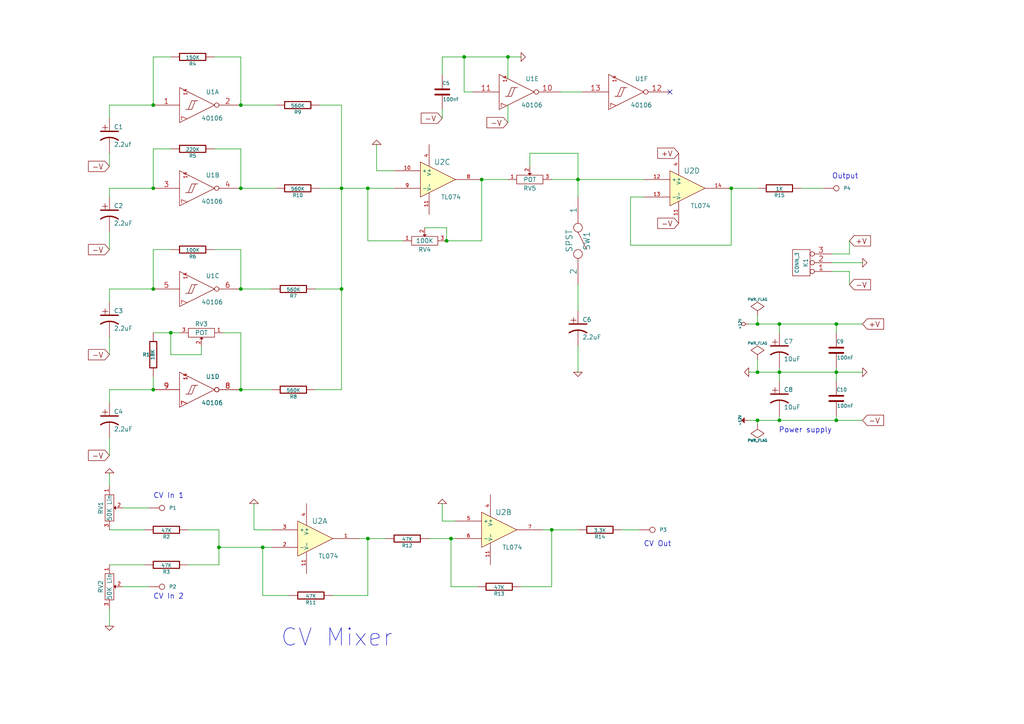
<source format=kicad_sch>
(kicad_sch (version 20230121) (generator eeschema)
  (paper "A4")
  (title_block (title "Psycho LFO") (date "12/02/2015") (rev "2.0") (comment 1 "Based on a design by Ken Stone"))
  (lib_symbols
    (symbol "PsychoLFO-rescue:+12V" (power) (pin_numbers hide) (pin_names (offset 0))
      (property "Value" "+12V" (at 0 2.54 0))
      (symbol "+12V_0_0"
        (pin power_in line (at 0 0 90) (length 0) hide (name "+12V") (number "1"))
      )
      (symbol "+12V_0_1"
        (polyline (pts (xy 0 0) (xy 0 1.016) (xy 0 1.016)))
        (circle (center 0 1.524) (radius 0.508))
      )
    )
    (symbol "PsychoLFO-rescue:-12V" (power) (pin_names (offset 0))
      (property "Value" "-12V" (at 0 2.54 0))
      (symbol "-12V_0_0"
        (pin power_in line (at 0 0 90) (length 0) hide (name "-12V") (number "1"))
      )
      (symbol "-12V_0_1"
        (polyline (pts (xy 0 0) (xy 0 1.27) (xy 0 1.27)))
        (polyline (pts (xy 0 2.032) (xy 0.762 1.27) (xy -0.508 1.27) (xy -0.762 1.27) (xy 0 2.032) (xy 0 2.032) (xy 0 2.032)) (fill (type outline)))
      )
    )
    (symbol "PsychoLFO-rescue:40106" (pin_names (offset 1.016) hide)
      (property "Reference" "U" (at 2.54 3.81 0))
      (property "Value" "40106" (at 1.27 -3.81 0))
      (symbol "40106_0_0"
        (polyline (pts (xy -0.508 1.27) (xy -1.524 -1.27) (xy -2.54 -1.27) (xy -2.54 -1.27)))
        (polyline (pts (xy 0.254 1.27) (xy -1.524 1.27) (xy -2.54 -1.27) (xy -3.302 -1.27) (xy -3.302 -1.27)))
      )
      (symbol "40106_0_1"
        (polyline (pts (xy -5.08 -5.08) (xy -5.08 5.08)))
        (polyline (pts (xy -5.08 5.08) (xy 5.08 0)))
        (polyline (pts (xy 5.08 0) (xy -5.08 -5.08)))
      )
      (symbol "40106_0_2"
        (polyline (pts (xy -5.08 -5.08) (xy -5.08 5.08)))
        (polyline (pts (xy -5.08 5.08) (xy 5.08 0)))
        (polyline (pts (xy 5.08 0) (xy -5.08 -5.08)))
      )
      (symbol "40106_1_1"
        (pin input line (at -12.7 0 0) (length 7.62) (name "In") (number "1"))
        (pin power_in line (at -2.54 3.81 270) (length 0) (name "VDD") (number "14"))
        (pin output inverted (at 12.7 0 180) (length 7.62) (name "Out") (number "2"))
        (pin power_in line (at -2.54 -3.81 90) (length 0) (name "VSS") (number "7"))
      )
      (symbol "40106_1_2"
        (pin input inverted (at -12.7 0 0) (length 7.62) (name "In") (number "1"))
        (pin power_in line (at -2.54 3.81 270) (length 0) (name "VDD") (number "14"))
        (pin output line (at 12.7 0 180) (length 7.62) (name "Out") (number "2"))
        (pin power_in line (at -2.54 -3.81 90) (length 0) (name "VSS") (number "7"))
      )
      (symbol "40106_2_1"
        (pin power_in line (at -2.54 3.81 270) (length 0) (name "VDD") (number "14"))
        (pin input line (at -12.7 0 0) (length 7.62) (name "In") (number "3"))
        (pin output inverted (at 12.7 0 180) (length 7.62) (name "Out") (number "4"))
        (pin power_in line (at -2.54 -3.81 90) (length 0) (name "VSS") (number "7"))
      )
      (symbol "40106_2_2"
        (pin power_in line (at -2.54 3.81 270) (length 0) (name "VDD") (number "14"))
        (pin input line (at -12.7 0 0) (length 7.62) (name "In") (number "3"))
        (pin output line (at 12.7 0 180) (length 7.62) (name "Out") (number "4"))
        (pin power_in line (at -2.54 -3.81 90) (length 0) (name "VSS") (number "7"))
      )
      (symbol "40106_3_1"
        (pin power_in line (at -2.54 3.81 270) (length 0) (name "VDD") (number "14"))
        (pin input line (at -12.7 0 0) (length 7.62) (name "In") (number "5"))
        (pin output inverted (at 12.7 0 180) (length 7.62) (name "Out") (number "6"))
        (pin power_in line (at -2.54 -3.81 90) (length 0) (name "VSS") (number "7"))
      )
      (symbol "40106_3_2"
        (pin power_in line (at -2.54 3.81 270) (length 0) (name "VDD") (number "14"))
        (pin input line (at -12.7 0 0) (length 7.62) (name "In") (number "5"))
        (pin output line (at 12.7 0 180) (length 7.62) (name "Out") (number "6"))
        (pin power_in line (at -2.54 -3.81 90) (length 0) (name "VSS") (number "7"))
      )
      (symbol "40106_4_1"
        (pin power_in line (at -2.54 3.81 270) (length 0) (name "VDD") (number "14"))
        (pin power_in line (at -2.54 -3.81 90) (length 0) (name "VSS") (number "7"))
        (pin output inverted (at 12.7 0 180) (length 7.62) (name "Out") (number "8"))
        (pin input line (at -12.7 0 0) (length 7.62) (name "In") (number "9"))
      )
      (symbol "40106_4_2"
        (pin power_in line (at -2.54 3.81 270) (length 0) (name "VDD") (number "14"))
        (pin power_in line (at -2.54 -3.81 90) (length 0) (name "VSS") (number "7"))
        (pin output line (at 12.7 0 180) (length 7.62) (name "Out") (number "8"))
        (pin input line (at -12.7 0 0) (length 7.62) (name "In") (number "9"))
      )
      (symbol "40106_5_1"
        (pin output inverted (at 12.7 0 180) (length 7.62) (name "Out") (number "10"))
        (pin input line (at -12.7 0 0) (length 7.62) (name "In") (number "11"))
        (pin power_in line (at -2.54 3.81 270) (length 0) (name "VDD") (number "14"))
        (pin power_in line (at -2.54 -3.81 90) (length 0) (name "VSS") (number "7"))
      )
      (symbol "40106_5_2"
        (pin output line (at 12.7 0 180) (length 7.62) (name "Out") (number "10"))
        (pin input line (at -12.7 0 0) (length 7.62) (name "In") (number "11"))
        (pin power_in line (at -2.54 3.81 270) (length 0) (name "VDD") (number "14"))
        (pin power_in line (at -2.54 -3.81 90) (length 0) (name "VSS") (number "7"))
      )
      (symbol "40106_6_1"
        (pin output inverted (at 12.7 0 180) (length 7.62) (name "Out") (number "12"))
        (pin input line (at -12.7 0 0) (length 7.62) (name "In") (number "13"))
        (pin power_in line (at -2.54 3.81 270) (length 0) (name "VDD") (number "14"))
        (pin power_in line (at -2.54 -3.81 90) (length 0) (name "VSS") (number "7"))
      )
      (symbol "40106_6_2"
        (pin output line (at 12.7 0 180) (length 7.62) (name "Out") (number "12"))
        (pin input line (at -12.7 0 0) (length 7.62) (name "In") (number "13"))
        (pin power_in line (at -2.54 3.81 270) (length 0) (name "VDD") (number "14"))
        (pin power_in line (at -2.54 -3.81 90) (length 0) (name "VSS") (number "7"))
      )
    )
    (symbol "PsychoLFO-rescue:C" (pin_numbers hide) (pin_names (offset 0.254))
      (property "Reference" "C" (at 0 2.54 0))
      (property "Value" "C" (at 0.1524 -2.159 0))
      (symbol "C_0_1"
        (polyline (pts (xy -2.032 -0.762) (xy 2.032 -0.762)) (stroke (width 0.508)))
        (polyline (pts (xy -2.032 0.762) (xy 2.032 0.762)) (stroke (width 0.508)))
      )
      (symbol "C_1_1"
        (pin passive line (at 0 5.08 270) (length 4.318) (name "~") (number "1"))
        (pin passive line (at 0 -5.08 90) (length 4.318) (name "~") (number "2"))
      )
    )
    (symbol "PsychoLFO-rescue:CONN_1" (pin_numbers hide) (pin_names (offset 0.762) hide)
      (property "Reference" "P" (at 2.032 0 0))
      (symbol "CONN_1_0_1"
        (polyline (pts (xy -0.762 0) (xy -1.27 0)))
        (circle (center 0 0) (radius 0.7874))
      )
      (symbol "CONN_1_1_1"
        (pin passive line (at -3.81 0 0) (length 2.54) (name "1") (number "1"))
      )
    )
    (symbol "PsychoLFO-rescue:CONN_3" (pin_names (offset 1.016) hide)
      (property "Reference" "K" (at -1.27 0 90))
      (property "Value" "CONN_3" (at 1.27 0 90))
      (symbol "CONN_3_0_1"
        (rectangle (start -2.54 3.81) (end 2.54 -3.81))
      )
      (symbol "CONN_3_1_1"
        (pin passive inverted (at -8.89 2.54 0) (length 6.35) (name "P1") (number "1"))
        (pin passive inverted (at -8.89 0 0) (length 6.35) (name "PM") (number "2"))
        (pin passive inverted (at -8.89 -2.54 0) (length 6.35) (name "P3") (number "3"))
      )
    )
    (symbol "PsychoLFO-rescue:CP1" (pin_numbers hide) (pin_names (offset 0.254) hide)
      (property "Reference" "C" (at 1.27 2.54 0))
      (property "Value" "CP1" (at 1.27 -2.54 0))
      (symbol "CP1_0_0"
        (text "+" (at -1.27 2.54 0) (effects (font (size 2.032 2.032))))
      )
      (symbol "CP1_0_1"
        (polyline (pts (xy -2.54 1.27) (xy 2.54 1.27) (xy 1.27 1.27) (xy 1.27 1.27)) (stroke (width 0.381)))
        (arc (start 2.54 -1.27) (mid 0 -0.5009) (end -2.54 -1.27) (stroke (width 0.381)))
      )
      (symbol "CP1_1_1"
        (pin passive line (at 0 5.08 270) (length 3.81) (name "~") (number "1"))
        (pin passive line (at 0 -5.08 90) (length 4.572) (name "~") (number "2"))
      )
    )
    (symbol "PsychoLFO-rescue:GND" (power) (pin_names (offset 0))
      (symbol "GND_0_1"
        (polyline (pts (xy -1.27 0) (xy 0 -1.27) (xy 1.27 0) (xy -1.27 0)))
      )
      (symbol "GND_1_1"
        (pin power_in line (at 0 0 90) (length 0) hide (name "GND") (number "1"))
      )
    )
    (symbol "PsychoLFO-rescue:POT" (pin_names (offset 1.016) hide)
      (property "Reference" "RV" (at 0 -2.54 0))
      (property "Value" "POT" (at 0 0 0))
      (symbol "POT_0_1"
        (rectangle (start -3.81 1.27) (end 3.81 -1.27))
        (polyline (pts (xy 0 1.27) (xy -0.508 1.778) (xy 0.508 1.778)) (fill (type outline)))
      )
      (symbol "POT_1_1"
        (pin passive line (at -6.35 0 0) (length 2.54) (name "1") (number "1"))
        (pin passive line (at 0 3.81 270) (length 2.032) (name "2") (number "2"))
        (pin passive line (at 6.35 0 180) (length 2.54) (name "3") (number "3"))
      )
    )
    (symbol "PsychoLFO-rescue:PWR_FLAG" (power) (pin_numbers hide) (pin_names (offset 0) hide)
      (property "Value" "PWR_FLAG" (at 0 4.572 0))
      (symbol "PWR_FLAG_0_0"
        (pin power_out line (at 0 0 90) (length 0) (name "pwr") (number "1"))
      )
      (symbol "PWR_FLAG_0_1"
        (polyline (pts (xy 0 0) (xy 0 1.27) (xy -1.905 2.54) (xy 0 3.81) (xy 1.905 2.54) (xy 0 1.27)))
      )
    )
    (symbol "PsychoLFO-rescue:R" (pin_numbers hide) (pin_names (offset 0))
      (property "Reference" "R" (at 2.032 0 90))
      (property "Value" "R" (at 0.1778 0.0254 90))
      (symbol "R_0_1"
        (rectangle (start -1.016 3.81) (end 1.016 -3.81) (stroke (width 0.3048)))
      )
      (symbol "R_1_1"
        (pin passive line (at 0 6.35 270) (length 2.54) (name "~") (number "1"))
        (pin passive line (at 0 -6.35 90) (length 2.54) (name "~") (number "2"))
      )
    )
    (symbol "PsychoLFO-rescue:SPST" (pin_numbers hide) (pin_names (offset 0))
      (property "Reference" "SW" (at 0 2.54 0))
      (property "Value" "SPST" (at 0 -2.54 0))
      (symbol "SPST_0_0"
        (circle (center -3.81 0) (radius 1.27))
        (polyline (pts (xy -2.54 0) (xy 2.54 2.54)))
        (circle (center 3.81 0) (radius 1.27))
      )
      (symbol "SPST_1_1"
        (pin input line (at -12.7 0 0) (length 7.62) (name "1") (number "1"))
        (pin input line (at 12.7 0 180) (length 7.62) (name "2") (number "2"))
      )
    )
    (symbol "PsychoLFO-rescue:TL074"
      (property "Reference" "U" (at 1.27 5.08 0))
      (property "Value" "TL074" (at 3.81 -5.08 0))
      (symbol "TL074_0_1"
        (polyline (pts (xy -5.08 5.08) (xy 5.08 0) (xy -5.08 -5.08) (xy -5.08 5.08)) (stroke (width 0.1524)) (fill (type background)))
        (pin power_in line (at -2.54 -10.16 90) (length 6.35) (name "V-") (number "11"))
        (pin power_in line (at -2.54 10.16 270) (length 6.35) (name "V+") (number "4"))
      )
      (symbol "TL074_1_1"
        (pin output line (at 12.7 0 180) (length 7.62) (name "~") (number "1"))
        (pin input line (at -12.7 -2.54 0) (length 7.62) (name "-") (number "2"))
        (pin input line (at -12.7 2.54 0) (length 7.62) (name "+") (number "3"))
      )
      (symbol "TL074_2_1"
        (pin input line (at -12.7 2.54 0) (length 7.62) (name "+") (number "5"))
        (pin input line (at -12.7 -2.54 0) (length 7.62) (name "-") (number "6"))
        (pin output line (at 12.7 0 180) (length 7.62) (name "~") (number "7"))
      )
      (symbol "TL074_3_1"
        (pin input line (at -12.7 2.54 0) (length 7.62) (name "+") (number "10"))
        (pin output line (at 12.7 0 180) (length 7.62) (name "~") (number "8"))
        (pin input line (at -12.7 -2.54 0) (length 7.62) (name "-") (number "9"))
      )
      (symbol "TL074_4_1"
        (pin input line (at -12.7 2.54 0) (length 7.62) (name "+") (number "12"))
        (pin input line (at -12.7 -2.54 0) (length 7.62) (name "-") (number "13"))
        (pin output line (at 12.7 0 180) (length 7.62) (name "~") (number "14"))
      )
    )
  )
  (junction (at 134.62 16.51))
  (junction (at 226.06 107.95))
  (junction (at 76.2 158.75))
  (junction (at 160.02 153.67))
  (junction (at 69.85 54.61))
  (junction (at 44.45 54.61))
  (junction (at 69.85 30.48))
  (junction (at 242.57 107.95))
  (junction (at 69.85 113.03))
  (junction (at 242.57 121.92))
  (junction (at 99.06 54.61))
  (junction (at 139.7 52.07))
  (junction (at 106.68 156.21))
  (junction (at 99.06 83.82))
  (junction (at 44.45 113.03))
  (junction (at 226.06 93.98))
  (junction (at 106.68 54.61))
  (junction (at 130.81 156.21))
  (junction (at 44.45 83.82))
  (junction (at 69.85 83.82))
  (junction (at 44.45 30.48))
  (junction (at 49.53 96.52))
  (junction (at 147.32 16.51))
  (junction (at 129.54 69.85))
  (junction (at 219.71 121.92))
  (junction (at 242.57 93.98))
  (junction (at 219.71 107.95))
  (junction (at 212.09 54.61))
  (junction (at 226.06 121.92))
  (junction (at 219.71 93.98))
  (junction (at 167.64 52.07))
  (junction (at 63.5 158.75))
  (no_connect (at 194.31 26.67))
  (wire (pts (xy 137.16 26.67) (xy 134.62 26.67)))
  (wire (pts (xy 63.5 163.83) (xy 54.61 163.83)))
  (wire (pts (xy 217.17 121.92) (xy 219.71 121.92)))
  (wire (pts (xy 31.75 54.61) (xy 44.45 54.61)))
  (wire (pts (xy 153.67 44.45) (xy 153.67 48.26)))
  (wire (pts (xy 246.38 78.74) (xy 246.38 82.55)))
  (wire (pts (xy 232.41 54.61) (xy 238.76 54.61)))
  (wire (pts (xy 76.2 172.72) (xy 76.2 158.75)))
  (wire (pts (xy 212.09 71.12) (xy 212.09 54.61)))
  (wire (pts (xy 31.75 67.31) (xy 31.75 72.39)))
  (wire (pts (xy 226.06 106.68) (xy 226.06 107.95)))
  (wire (pts (xy 106.68 172.72) (xy 96.52 172.72)))
  (wire (pts (xy 180.34 153.67) (xy 185.42 153.67)))
  (wire (pts (xy 31.75 163.83) (xy 41.91 163.83)))
  (wire (pts (xy 246.38 73.66) (xy 241.3 73.66)))
  (wire (pts (xy 73.66 153.67) (xy 73.66 146.05)))
  (wire (pts (xy 31.75 30.48) (xy 31.75 34.29)))
  (wire (pts (xy 160.02 170.18) (xy 151.13 170.18)))
  (wire (pts (xy 92.71 54.61) (xy 99.06 54.61)))
  (wire (pts (xy 186.69 57.15) (xy 182.88 57.15)))
  (wire (pts (xy 182.88 71.12) (xy 212.09 71.12)))
  (wire (pts (xy 62.23 72.39) (xy 69.85 72.39)))
  (wire (pts (xy 63.5 153.67) (xy 63.5 158.75)))
  (wire (pts (xy 226.06 120.65) (xy 226.06 121.92)))
  (wire (pts (xy 160.02 52.07) (xy 167.64 52.07)))
  (wire (pts (xy 62.23 43.18) (xy 69.85 43.18)))
  (wire (pts (xy 109.22 49.53) (xy 114.3 49.53)))
  (wire (pts (xy 44.45 72.39) (xy 49.53 72.39)))
  (wire (pts (xy 132.08 151.13) (xy 128.27 151.13)))
  (wire (pts (xy 31.75 127) (xy 31.75 132.08)))
  (wire (pts (xy 167.64 100.33) (xy 167.64 107.95)))
  (wire (pts (xy 78.74 153.67) (xy 73.66 153.67)))
  (wire (pts (xy 104.14 156.21) (xy 106.68 156.21)))
  (wire (pts (xy 62.23 16.51) (xy 69.85 16.51)))
  (wire (pts (xy 226.06 93.98) (xy 242.57 93.98)))
  (wire (pts (xy 167.64 52.07) (xy 167.64 57.15)))
  (wire (pts (xy 128.27 31.75) (xy 128.27 34.29)))
  (wire (pts (xy 44.45 30.48) (xy 44.45 16.51)))
  (wire (pts (xy 44.45 83.82) (xy 44.45 72.39)))
  (wire (pts (xy 167.64 44.45) (xy 167.64 52.07)))
  (wire (pts (xy 63.5 158.75) (xy 76.2 158.75)))
  (wire (pts (xy 138.43 170.18) (xy 130.81 170.18)))
  (wire (pts (xy 128.27 16.51) (xy 128.27 21.59)))
  (wire (pts (xy 212.09 54.61) (xy 219.71 54.61)))
  (wire (pts (xy 219.71 104.14) (xy 219.71 107.95)))
  (wire (pts (xy 31.75 83.82) (xy 31.75 87.63)))
  (wire (pts (xy 69.85 83.82) (xy 78.74 83.82)))
  (wire (pts (xy 167.64 52.07) (xy 186.69 52.07)))
  (wire (pts (xy 246.38 69.85) (xy 246.38 73.66)))
  (wire (pts (xy 242.57 96.52) (xy 242.57 93.98)))
  (wire (pts (xy 139.7 69.85) (xy 139.7 52.07)))
  (wire (pts (xy 242.57 120.65) (xy 242.57 121.92)))
  (wire (pts (xy 69.85 72.39) (xy 69.85 83.82)))
  (wire (pts (xy 69.85 43.18) (xy 69.85 54.61)))
  (wire (pts (xy 241.3 78.74) (xy 246.38 78.74)))
  (wire (pts (xy 219.71 91.44) (xy 219.71 93.98)))
  (wire (pts (xy 69.85 16.51) (xy 69.85 30.48)))
  (wire (pts (xy 106.68 69.85) (xy 116.84 69.85)))
  (wire (pts (xy 106.68 54.61) (xy 114.3 54.61)))
  (wire (pts (xy 129.54 66.04) (xy 123.19 66.04)))
  (wire (pts (xy 219.71 107.95) (xy 226.06 107.95)))
  (wire (pts (xy 83.82 172.72) (xy 76.2 172.72)))
  (wire (pts (xy 242.57 107.95) (xy 250.19 107.95)))
  (wire (pts (xy 134.62 16.51) (xy 147.32 16.51)))
  (wire (pts (xy 242.57 93.98) (xy 250.19 93.98)))
  (wire (pts (xy 242.57 107.95) (xy 242.57 110.49)))
  (wire (pts (xy 49.53 102.87) (xy 58.42 102.87)))
  (wire (pts (xy 31.75 140.97) (xy 31.75 137.16)))
  (wire (pts (xy 167.64 82.55) (xy 167.64 90.17)))
  (wire (pts (xy 35.56 147.32) (xy 43.18 147.32)))
  (wire (pts (xy 219.71 121.92) (xy 226.06 121.92)))
  (wire (pts (xy 130.81 156.21) (xy 132.08 156.21)))
  (wire (pts (xy 106.68 54.61) (xy 106.68 69.85)))
  (wire (pts (xy 49.53 96.52) (xy 52.07 96.52)))
  (wire (pts (xy 69.85 96.52) (xy 69.85 113.03)))
  (wire (pts (xy 69.85 113.03) (xy 78.74 113.03)))
  (wire (pts (xy 31.75 54.61) (xy 31.75 57.15)))
  (wire (pts (xy 128.27 16.51) (xy 134.62 16.51)))
  (wire (pts (xy 128.27 151.13) (xy 128.27 146.05)))
  (wire (pts (xy 226.06 107.95) (xy 242.57 107.95)))
  (wire (pts (xy 162.56 26.67) (xy 168.91 26.67)))
  (wire (pts (xy 49.53 96.52) (xy 49.53 102.87)))
  (wire (pts (xy 139.7 52.07) (xy 147.32 52.07)))
  (wire (pts (xy 99.06 83.82) (xy 99.06 113.03)))
  (wire (pts (xy 63.5 153.67) (xy 54.61 153.67)))
  (wire (pts (xy 147.32 30.48) (xy 147.32 35.56)))
  (wire (pts (xy 69.85 30.48) (xy 80.01 30.48)))
  (wire (pts (xy 44.45 113.03) (xy 44.45 109.22)))
  (wire (pts (xy 217.17 93.98) (xy 219.71 93.98)))
  (wire (pts (xy 241.3 76.2) (xy 250.19 76.2)))
  (wire (pts (xy 44.45 96.52) (xy 49.53 96.52)))
  (wire (pts (xy 124.46 156.21) (xy 130.81 156.21)))
  (wire (pts (xy 35.56 170.18) (xy 43.18 170.18)))
  (wire (pts (xy 157.48 153.67) (xy 160.02 153.67)))
  (wire (pts (xy 226.06 121.92) (xy 242.57 121.92)))
  (wire (pts (xy 242.57 106.68) (xy 242.57 107.95)))
  (wire (pts (xy 44.45 16.51) (xy 49.53 16.51)))
  (wire (pts (xy 31.75 153.67) (xy 41.91 153.67)))
  (wire (pts (xy 31.75 176.53) (xy 31.75 181.61)))
  (wire (pts (xy 69.85 54.61) (xy 80.01 54.61)))
  (wire (pts (xy 58.42 102.87) (xy 58.42 100.33)))
  (wire (pts (xy 31.75 113.03) (xy 44.45 113.03)))
  (wire (pts (xy 160.02 153.67) (xy 160.02 170.18)))
  (wire (pts (xy 167.64 44.45) (xy 153.67 44.45)))
  (wire (pts (xy 99.06 30.48) (xy 99.06 54.61)))
  (wire (pts (xy 44.45 54.61) (xy 44.45 43.18)))
  (wire (pts (xy 99.06 54.61) (xy 99.06 83.82)))
  (wire (pts (xy 134.62 26.67) (xy 134.62 16.51)))
  (wire (pts (xy 226.06 96.52) (xy 226.06 93.98)))
  (wire (pts (xy 106.68 156.21) (xy 111.76 156.21)))
  (wire (pts (xy 44.45 43.18) (xy 49.53 43.18)))
  (wire (pts (xy 182.88 57.15) (xy 182.88 71.12)))
  (wire (pts (xy 106.68 156.21) (xy 106.68 172.72)))
  (wire (pts (xy 109.22 49.53) (xy 109.22 41.91)))
  (wire (pts (xy 31.75 83.82) (xy 44.45 83.82)))
  (wire (pts (xy 31.75 44.45) (xy 31.75 48.26)))
  (wire (pts (xy 64.77 96.52) (xy 69.85 96.52)))
  (wire (pts (xy 242.57 121.92) (xy 250.19 121.92)))
  (wire (pts (xy 160.02 153.67) (xy 167.64 153.67)))
  (wire (pts (xy 31.75 116.84) (xy 31.75 113.03)))
  (wire (pts (xy 129.54 69.85) (xy 129.54 66.04)))
  (wire (pts (xy 147.32 16.51) (xy 147.32 22.86)))
  (wire (pts (xy 31.75 97.79) (xy 31.75 102.87)))
  (wire (pts (xy 76.2 158.75) (xy 78.74 158.75)))
  (wire (pts (xy 92.71 30.48) (xy 99.06 30.48)))
  (wire (pts (xy 217.17 107.95) (xy 219.71 107.95)))
  (wire (pts (xy 31.75 30.48) (xy 44.45 30.48)))
  (wire (pts (xy 99.06 113.03) (xy 91.44 113.03)))
  (wire (pts (xy 219.71 93.98) (xy 226.06 93.98)))
  (wire (pts (xy 129.54 69.85) (xy 139.7 69.85)))
  (wire (pts (xy 99.06 83.82) (xy 91.44 83.82)))
  (wire (pts (xy 63.5 158.75) (xy 63.5 163.83)))
  (wire (pts (xy 219.71 123.19) (xy 219.71 121.92)))
  (wire (pts (xy 226.06 107.95) (xy 226.06 110.49)))
  (wire (pts (xy 99.06 54.61) (xy 106.68 54.61)))
  (wire (pts (xy 130.81 170.18) (xy 130.81 156.21)))
  (wire (pts (xy 147.32 16.51) (xy 151.13 16.51)))
  (text "CV Out" (at 186.69 158.75 0) (effects (font (size 1.524 1.524)) (justify left bottom)))
  (text "Power supply" (at 241.3 125.73 0) (effects (font (size 1.524 1.524)) (justify right bottom)))
  (text "Output" (at 241.3 52.07 0) (effects (font (size 1.524 1.524)) (justify left bottom)))
  (text "CV Mixer" (at 81.28 187.96 0) (effects (font (size 5.0038 5.0038)) (justify left bottom)))
  (text "CV In 1" (at 44.45 144.78 0) (effects (font (size 1.524 1.524)) (justify left bottom)))
  (text "CV In 2" (at 44.45 173.99 0) (effects (font (size 1.524 1.524)) (justify left bottom)))
  (global_label "-V" (shape input) (at 196.85 64.77 180) (effects (font (size 1.524 1.524))) (property "Intersheetrefs" "${INTERSHEET_REFS}" (effects hide)))
  (global_label "-V" (shape input) (at 31.75 102.87 180) (effects (font (size 1.524 1.524))) (property "Intersheetrefs" "${INTERSHEET_REFS}" (effects hide)))
  (global_label "-V" (shape input) (at 128.27 34.29 180) (effects (font (size 1.524 1.524))) (property "Intersheetrefs" "${INTERSHEET_REFS}" (effects hide)))
  (global_label "-V" (shape input) (at 147.32 35.56 180) (effects (font (size 1.524 1.524))) (property "Intersheetrefs" "${INTERSHEET_REFS}" (effects hide)))
  (global_label "+V" (shape input) (at 246.38 69.85 0) (effects (font (size 1.524 1.524))) (property "Intersheetrefs" "${INTERSHEET_REFS}" (effects hide)))
  (global_label "-V" (shape input) (at 246.38 82.55 0) (effects (font (size 1.524 1.524))) (property "Intersheetrefs" "${INTERSHEET_REFS}" (effects hide)))
  (global_label "-V" (shape input) (at 31.75 132.08 180) (effects (font (size 1.524 1.524))) (property "Intersheetrefs" "${INTERSHEET_REFS}" (effects hide)))
  (global_label "+V" (shape input) (at 196.85 44.45 180) (effects (font (size 1.524 1.524))) (property "Intersheetrefs" "${INTERSHEET_REFS}" (effects hide)))
  (global_label "-V" (shape input) (at 31.75 48.26 180) (effects (font (size 1.524 1.524))) (property "Intersheetrefs" "${INTERSHEET_REFS}" (effects hide)))
  (global_label "-V" (shape input) (at 31.75 72.39 180) (effects (font (size 1.524 1.524))) (property "Intersheetrefs" "${INTERSHEET_REFS}" (effects hide)))
  (global_label "-V" (shape input) (at 250.19 121.92 0) (effects (font (size 1.524 1.524))) (property "Intersheetrefs" "${INTERSHEET_REFS}" (effects hide)))
  (global_label "+V" (shape input) (at 250.19 93.98 0) (effects (font (size 1.524 1.524))) (property "Intersheetrefs" "${INTERSHEET_REFS}" (effects hide)))
  (symbol (lib_id "PsychoLFO-rescue:40106") (at 57.15 30.48 0) (unit 1)
    (property "Reference" "U1" (at 59.69 26.67 0) (effects (justify left)))
    (property "Value" "40106" (at 58.42 34.29 0) (effects (justify left)))
  )
  (symbol (lib_id "PsychoLFO-rescue:40106") (at 57.15 54.61 0) (unit 2)
    (property "Reference" "U1" (at 59.69 50.8 0) (effects (justify left)))
    (property "Value" "40106" (at 58.42 58.42 0) (effects (justify left)))
  )
  (symbol (lib_id "PsychoLFO-rescue:40106") (at 57.15 83.82 0) (unit 3)
    (property "Reference" "U1" (at 59.69 80.01 0) (effects (justify left)))
    (property "Value" "40106" (at 58.42 87.63 0) (effects (justify left)))
  )
  (symbol (lib_id "PsychoLFO-rescue:40106") (at 57.15 113.03 0) (unit 4)
    (property "Reference" "U1" (at 59.69 109.22 0) (effects (justify left)))
    (property "Value" "40106" (at 58.42 116.84 0) (effects (justify left)))
  )
  (symbol (lib_id "PsychoLFO-rescue:R") (at 55.88 16.51 270) (unit 1)
    (property "Reference" "R4" (at 55.88 18.542 90) (effects (font (size 1.016 1.016))))
    (property "Value" "150K" (at 55.9054 16.6878 90) (effects (font (size 1.016 1.016))))
  )
  (symbol (lib_id "PsychoLFO-rescue:R") (at 55.88 43.18 270) (unit 1)
    (property "Reference" "R5" (at 55.88 45.212 90) (effects (font (size 1.016 1.016))))
    (property "Value" "220K" (at 55.9054 43.3578 90) (effects (font (size 1.016 1.016))))
  )
  (symbol (lib_id "PsychoLFO-rescue:R") (at 55.88 72.39 270) (unit 1)
    (property "Reference" "R6" (at 55.88 74.422 90) (effects (font (size 1.016 1.016))))
    (property "Value" "100K" (at 55.9054 72.5678 90) (effects (font (size 1.016 1.016))))
  )
  (symbol (lib_id "PsychoLFO-rescue:CP1") (at 31.75 39.37 0) (unit 1)
    (property "Reference" "C1" (at 33.02 36.83 0) (effects (justify left)))
    (property "Value" "2.2uf" (at 33.02 41.91 0) (effects (justify left)))
  )
  (symbol (lib_id "PsychoLFO-rescue:CP1") (at 31.75 62.23 0) (unit 1)
    (property "Reference" "C2" (at 33.02 59.69 0) (effects (justify left)))
    (property "Value" "2.2uF" (at 33.02 64.77 0) (effects (justify left)))
  )
  (symbol (lib_id "PsychoLFO-rescue:CP1") (at 31.75 92.71 0) (unit 1)
    (property "Reference" "C3" (at 33.02 90.17 0) (effects (justify left)))
    (property "Value" "2.2uF" (at 33.02 95.25 0) (effects (justify left)))
  )
  (symbol (lib_id "PsychoLFO-rescue:CP1") (at 31.75 121.92 0) (unit 1)
    (property "Reference" "C4" (at 33.02 119.38 0) (effects (justify left)))
    (property "Value" "2.2uF" (at 33.02 124.46 0) (effects (justify left)))
  )
  (symbol (lib_id "PsychoLFO-rescue:R") (at 44.45 102.87 180) (unit 1)
    (property "Reference" "R1" (at 42.418 102.87 0) (effects (font (size 1.016 1.016))))
    (property "Value" "18K" (at 44.2722 102.8954 90) (effects (font (size 1.016 1.016))))
  )
  (symbol (lib_id "PsychoLFO-rescue:POT") (at 58.42 96.52 180) (unit 1)
    (property "Reference" "RV3" (at 58.42 93.98 0))
    (property "Value" "POT" (at 58.42 96.52 0))
  )
  (symbol (lib_id "PsychoLFO-rescue:R") (at 86.36 30.48 270) (unit 1)
    (property "Reference" "R9" (at 86.36 32.512 90) (effects (font (size 1.016 1.016))))
    (property "Value" "560K" (at 86.3854 30.6578 90) (effects (font (size 1.016 1.016))))
  )
  (symbol (lib_id "PsychoLFO-rescue:R") (at 86.36 54.61 270) (unit 1)
    (property "Reference" "R10" (at 86.36 56.642 90) (effects (font (size 1.016 1.016))))
    (property "Value" "560K" (at 86.3854 54.7878 90) (effects (font (size 1.016 1.016))))
  )
  (symbol (lib_id "PsychoLFO-rescue:R") (at 85.09 83.82 270) (unit 1)
    (property "Reference" "R7" (at 85.09 85.852 90) (effects (font (size 1.016 1.016))))
    (property "Value" "560K" (at 85.1154 83.9978 90) (effects (font (size 1.016 1.016))))
  )
  (symbol (lib_id "PsychoLFO-rescue:R") (at 85.09 113.03 270) (unit 1)
    (property "Reference" "R8" (at 85.09 115.062 90) (effects (font (size 1.016 1.016))))
    (property "Value" "560K" (at 85.1154 113.2078 90) (effects (font (size 1.016 1.016))))
  )
  (symbol (lib_id "PsychoLFO-rescue:TL074") (at 127 52.07 0) (unit 3)
    (property "Reference" "U2" (at 128.27 46.99 0) (effects (font (size 1.524 1.524))))
    (property "Value" "TL074" (at 130.81 57.15 0))
  )
  (symbol (lib_id "PsychoLFO-rescue:POT") (at 123.19 69.85 0) (unit 1)
    (property "Reference" "RV4" (at 123.19 72.39 0))
    (property "Value" "100K" (at 123.19 69.85 0))
  )
  (symbol (lib_id "PsychoLFO-rescue:GND") (at 109.22 41.91 180) (unit 1)
    (property "Reference" "#PWR05" (effects hide))
    (property "Value" "GND" (effects hide))
  )
  (symbol (lib_id "PsychoLFO-rescue:POT") (at 153.67 52.07 0) (unit 1)
    (property "Reference" "RV5" (at 153.67 54.61 0))
    (property "Value" "POT" (at 153.67 52.07 0))
  )
  (symbol (lib_id "PsychoLFO-rescue:SPST") (at 167.64 69.85 270) (unit 1)
    (property "Reference" "SW1" (at 170.18 69.85 0) (effects (font (size 1.778 1.778))))
    (property "Value" "SPST" (at 165.1 69.85 0) (effects (font (size 1.778 1.778))))
  )
  (symbol (lib_id "PsychoLFO-rescue:GND") (at 167.64 107.95 0) (unit 1)
    (property "Reference" "#PWR06" (effects hide))
    (property "Value" "GND" (effects hide))
  )
  (symbol (lib_id "PsychoLFO-rescue:TL074") (at 199.39 54.61 0) (unit 4)
    (property "Reference" "U2" (at 200.66 49.53 0) (effects (font (size 1.524 1.524))))
    (property "Value" "TL074" (at 203.2 59.69 0))
  )
  (symbol (lib_id "PsychoLFO-rescue:R") (at 226.06 54.61 270) (unit 1)
    (property "Reference" "R15" (at 226.06 56.642 90) (effects (font (size 1.016 1.016))))
    (property "Value" "1K" (at 226.0854 54.7878 90) (effects (font (size 1.016 1.016))))
  )
  (symbol (lib_id "PsychoLFO-rescue:CONN_1") (at 242.57 54.61 0) (unit 1)
    (property "Reference" "P4" (at 244.602 54.61 0) (effects (font (size 1.016 1.016)) (justify left)))
    (property "Value" "Out" (effects hide))
  )
  (symbol (lib_id "PsychoLFO-rescue:CP1") (at 167.64 95.25 0) (unit 1)
    (property "Reference" "C6" (at 168.91 92.71 0) (effects (justify left)))
    (property "Value" "2.2uF" (at 168.91 97.79 0) (effects (justify left)))
  )
  (symbol (lib_id "PsychoLFO-rescue:40106") (at 181.61 26.67 0) (unit 6)
    (property "Reference" "U1" (at 184.15 22.86 0) (effects (justify left)))
    (property "Value" "40106" (at 182.88 30.48 0) (effects (justify left)))
  )
  (symbol (lib_id "PsychoLFO-rescue:C") (at 128.27 26.67 0) (unit 1)
    (property "Reference" "C5" (at 128.27 24.13 0) (effects (font (size 1.016 1.016)) (justify left)))
    (property "Value" "100nf" (at 128.4224 28.829 0) (effects (font (size 1.016 1.016)) (justify left)))
  )
  (symbol (lib_id "PsychoLFO-rescue:40106") (at 149.86 26.67 0) (unit 5)
    (property "Reference" "U1" (at 152.4 22.86 0) (effects (justify left)))
    (property "Value" "40106" (at 151.13 30.48 0) (effects (justify left)))
  )
  (symbol (lib_id "PsychoLFO-rescue:GND") (at 151.13 16.51 90) (unit 1)
    (property "Reference" "#PWR07" (effects hide))
    (property "Value" "GND" (effects hide))
  )
  (symbol (lib_id "PsychoLFO-rescue:TL074") (at 91.44 156.21 0) (unit 1)
    (property "Reference" "U2" (at 92.71 151.13 0) (effects (font (size 1.524 1.524))))
    (property "Value" "TL074" (at 95.25 161.29 0))
  )
  (symbol (lib_id "PsychoLFO-rescue:TL074") (at 144.78 153.67 0) (unit 2)
    (property "Reference" "U2" (at 146.05 148.59 0) (effects (font (size 1.524 1.524))))
    (property "Value" "TL074" (at 148.59 158.75 0))
  )
  (symbol (lib_id "PsychoLFO-rescue:GND") (at 73.66 146.05 180) (unit 1)
    (property "Reference" "#PWR08" (effects hide))
    (property "Value" "GND" (effects hide))
  )
  (symbol (lib_id "PsychoLFO-rescue:R") (at 48.26 153.67 270) (unit 1)
    (property "Reference" "R2" (at 48.26 155.702 90) (effects (font (size 1.016 1.016))))
    (property "Value" "47K" (at 48.2854 153.8478 90) (effects (font (size 1.016 1.016))))
  )
  (symbol (lib_id "PsychoLFO-rescue:R") (at 48.26 163.83 270) (unit 1)
    (property "Reference" "R3" (at 48.26 165.862 90) (effects (font (size 1.016 1.016))))
    (property "Value" "47K" (at 48.2854 164.0078 90) (effects (font (size 1.016 1.016))))
  )
  (symbol (lib_id "PsychoLFO-rescue:R") (at 90.17 172.72 270) (unit 1)
    (property "Reference" "R11" (at 90.17 174.752 90) (effects (font (size 1.016 1.016))))
    (property "Value" "47K" (at 90.1954 172.8978 90) (effects (font (size 1.016 1.016))))
  )
  (symbol (lib_id "PsychoLFO-rescue:POT") (at 31.75 147.32 270) (unit 1)
    (property "Reference" "RV1" (at 29.21 147.32 0))
    (property "Value" "50K Lin" (at 31.75 147.32 0))
  )
  (symbol (lib_id "PsychoLFO-rescue:POT") (at 31.75 170.18 270) (unit 1)
    (property "Reference" "RV2" (at 29.21 170.18 0))
    (property "Value" "50K Lin" (at 31.75 170.18 0))
  )
  (symbol (lib_id "PsychoLFO-rescue:GND") (at 31.75 137.16 180) (unit 1)
    (property "Reference" "#PWR09" (effects hide))
    (property "Value" "GND" (effects hide))
  )
  (symbol (lib_id "PsychoLFO-rescue:GND") (at 31.75 181.61 0) (unit 1)
    (property "Reference" "#PWR010" (effects hide))
    (property "Value" "GND" (effects hide))
  )
  (symbol (lib_id "PsychoLFO-rescue:CONN_1") (at 46.99 170.18 0) (unit 1)
    (property "Reference" "P2" (at 49.022 170.18 0) (effects (font (size 1.016 1.016)) (justify left)))
    (property "Value" "CONN_1" (effects hide))
  )
  (symbol (lib_id "PsychoLFO-rescue:CONN_1") (at 46.99 147.32 0) (unit 1)
    (property "Reference" "P1" (at 49.022 147.32 0) (effects (font (size 1.016 1.016)) (justify left)))
    (property "Value" "CONN_1" (effects hide))
  )
  (symbol (lib_id "PsychoLFO-rescue:R") (at 118.11 156.21 270) (unit 1)
    (property "Reference" "R12" (at 118.11 158.242 90) (effects (font (size 1.016 1.016))))
    (property "Value" "47K" (at 118.1354 156.3878 90) (effects (font (size 1.016 1.016))))
  )
  (symbol (lib_id "PsychoLFO-rescue:R") (at 144.78 170.18 270) (unit 1)
    (property "Reference" "R13" (at 144.78 172.212 90) (effects (font (size 1.016 1.016))))
    (property "Value" "47K" (at 144.8054 170.3578 90) (effects (font (size 1.016 1.016))))
  )
  (symbol (lib_id "PsychoLFO-rescue:GND") (at 128.27 146.05 180) (unit 1)
    (property "Reference" "#PWR011" (effects hide))
    (property "Value" "GND" (effects hide))
  )
  (symbol (lib_id "PsychoLFO-rescue:R") (at 173.99 153.67 270) (unit 1)
    (property "Reference" "R14" (at 173.99 155.702 90) (effects (font (size 1.016 1.016))))
    (property "Value" "3.3K" (at 174.0154 153.8478 90) (effects (font (size 1.016 1.016))))
  )
  (symbol (lib_id "PsychoLFO-rescue:CONN_1") (at 189.23 153.67 0) (unit 1)
    (property "Reference" "P3" (at 191.262 153.67 0) (effects (font (size 1.016 1.016)) (justify left)))
    (property "Value" "CONN_1" (effects hide))
  )
  (symbol (lib_id "PsychoLFO-rescue:CP1") (at 226.06 101.6 0) (unit 1)
    (property "Reference" "C7" (at 227.33 99.06 0) (effects (justify left)))
    (property "Value" "10uF" (at 227.33 104.14 0) (effects (justify left)))
  )
  (symbol (lib_id "PsychoLFO-rescue:CP1") (at 226.06 115.57 0) (unit 1)
    (property "Reference" "C8" (at 227.33 113.03 0) (effects (justify left)))
    (property "Value" "10uF" (at 227.33 118.11 0) (effects (justify left)))
  )
  (symbol (lib_id "PsychoLFO-rescue:CONN_3") (at 232.41 76.2 180) (unit 1)
    (property "Reference" "K1" (at 233.68 76.2 90))
    (property "Value" "CONN_3" (at 231.14 76.2 90) (effects (font (size 1.016 1.016))))
  )
  (symbol (lib_id "PsychoLFO-rescue:GND") (at 217.17 107.95 270) (unit 1)
    (property "Reference" "#PWR016" (effects hide))
    (property "Value" "GND" (effects hide))
  )
  (symbol (lib_id "PsychoLFO-rescue:C") (at 242.57 101.6 0) (unit 1)
    (property "Reference" "C9" (at 242.57 99.06 0) (effects (font (size 1.016 1.016)) (justify left)))
    (property "Value" "100nF" (at 242.7224 103.759 0) (effects (font (size 1.016 1.016)) (justify left)))
  )
  (symbol (lib_id "PsychoLFO-rescue:GND") (at 250.19 107.95 90) (unit 1)
    (property "Reference" "#PWR017" (effects hide))
    (property "Value" "GND" (effects hide))
  )
  (symbol (lib_id "PsychoLFO-rescue:C") (at 242.57 115.57 0) (unit 1)
    (property "Reference" "C10" (at 242.57 113.03 0) (effects (font (size 1.016 1.016)) (justify left)))
    (property "Value" "100nF" (at 242.7224 117.729 0) (effects (font (size 1.016 1.016)) (justify left)))
  )
  (symbol (lib_id "PsychoLFO-rescue:+12V") (at 217.17 93.98 90) (unit 1)
    (property "Reference" "#PWR012" (effects hide))
    (property "Value" "+12V" (at 214.63 93.98 0) (effects (font (size 0.762 0.762))))
  )
  (symbol (lib_id "PsychoLFO-rescue:-12V") (at 217.17 121.92 90) (unit 1)
    (property "Reference" "#PWR013" (effects hide))
    (property "Value" "-12V" (at 214.63 121.92 0) (effects (font (size 0.762 0.762))))
  )
  (symbol (lib_id "PsychoLFO-rescue:GND") (at 250.19 76.2 90) (unit 1)
    (property "Reference" "#PWR019" (effects hide))
    (property "Value" "GND" (effects hide))
  )
  (symbol (lib_id "PsychoLFO-rescue:PWR_FLAG") (at 219.71 104.14 0) (unit 1)
    (property "Reference" "#FLG018" (effects hide))
    (property "Value" "PWR_FLAG" (at 219.71 99.568 0) (effects (font (size 0.762 0.762))))
  )
  (symbol (lib_id "PsychoLFO-rescue:PWR_FLAG") (at 219.71 91.44 0) (unit 1)
    (property "Reference" "#FLG014" (effects hide))
    (property "Value" "PWR_FLAG" (at 219.71 86.868 0) (effects (font (size 0.762 0.762))))
  )
  (symbol (lib_id "PsychoLFO-rescue:PWR_FLAG") (at 219.71 123.19 180) (unit 1)
    (property "Reference" "#FLG015" (effects hide))
    (property "Value" "PWR_FLAG" (at 219.71 127.762 0) (effects (font (size 0.762 0.762))))
  )
)
</source>
